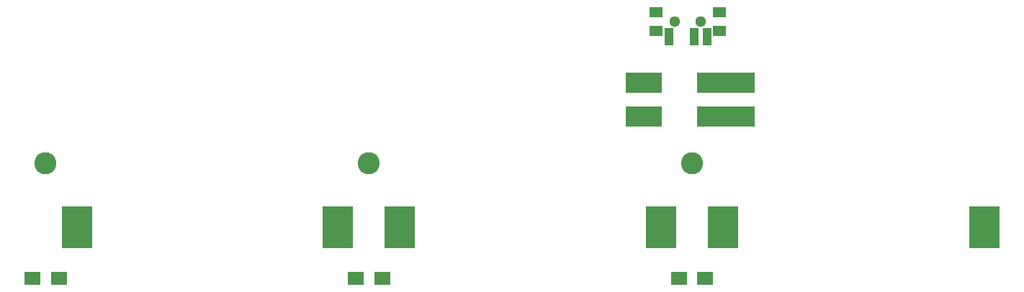
<source format=gbs>
G04 #@! TF.FileFunction,Soldermask,Bot*
%FSLAX46Y46*%
G04 Gerber Fmt 4.6, Leading zero omitted, Abs format (unit mm)*
G04 Created by KiCad (PCBNEW 4.0.7) date 03/19/18 10:43:22*
%MOMM*%
%LPD*%
G01*
G04 APERTURE LIST*
%ADD10C,0.100000*%
%ADD11C,2.600000*%
%ADD12R,3.650000X4.970000*%
%ADD13R,1.900000X1.600000*%
%ADD14C,1.300000*%
%ADD15R,1.600000X1.200000*%
%ADD16R,1.100000X2.100000*%
%ADD17R,6.800000X2.400000*%
%ADD18R,4.300000X2.400000*%
G04 APERTURE END LIST*
D10*
D11*
X101500000Y-62500000D03*
X139500000Y-62500000D03*
X177500000Y-62500000D03*
D12*
X135840000Y-70000000D03*
X105160000Y-70000000D03*
X173840000Y-70000000D03*
X143160000Y-70000000D03*
X211840000Y-70000000D03*
X181160000Y-70000000D03*
D13*
X179050000Y-76000000D03*
X175950000Y-76000000D03*
X141050000Y-76000000D03*
X137950000Y-76000000D03*
X103050000Y-76000000D03*
X99950000Y-76000000D03*
D14*
X175500000Y-45750000D03*
X178500000Y-45750000D03*
D15*
X173250000Y-44650000D03*
X173250000Y-46850000D03*
X180750000Y-44650000D03*
X180750000Y-46850000D03*
D16*
X174750000Y-47600000D03*
X177750000Y-47600000D03*
X179250000Y-47600000D03*
D14*
X178500000Y-45750000D03*
X175500000Y-45750000D03*
D17*
X181450000Y-53000000D03*
D18*
X171800000Y-53000000D03*
D17*
X181450000Y-57000000D03*
D18*
X171800000Y-57000000D03*
M02*

</source>
